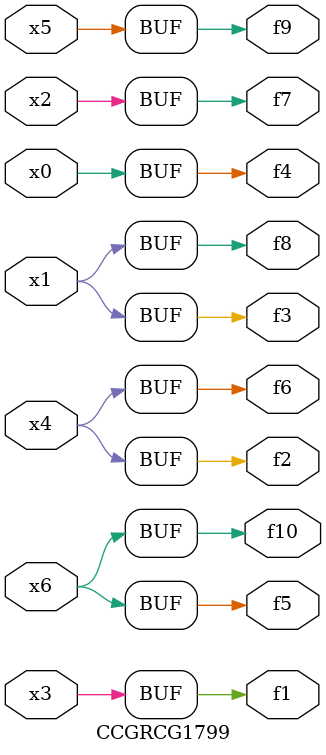
<source format=v>
module CCGRCG1799(
	input x0, x1, x2, x3, x4, x5, x6,
	output f1, f2, f3, f4, f5, f6, f7, f8, f9, f10
);
	assign f1 = x3;
	assign f2 = x4;
	assign f3 = x1;
	assign f4 = x0;
	assign f5 = x6;
	assign f6 = x4;
	assign f7 = x2;
	assign f8 = x1;
	assign f9 = x5;
	assign f10 = x6;
endmodule

</source>
